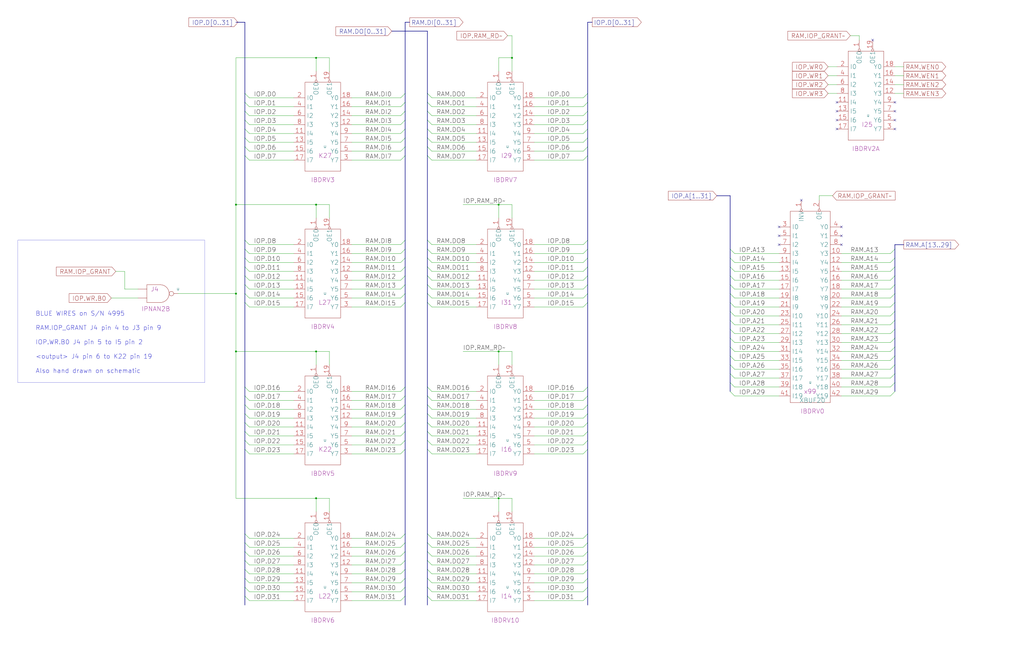
<source format=kicad_sch>
(kicad_sch (version 20220404) (generator eeschema)
  (paper "User" 584.2 378.46)
  (title_block (title "IOP\\nMEMORY BUFFERS") (date "22-SEP-90") (rev "2.0") (comment 1 "IOC") (comment 2 "232-003061") (comment 3 "S400") (comment 4 "RELEASED"))
  (junction (at 292.1 33.02))
  (junction (at 180.34 33.02))
  (junction (at 134.62 167.64))
  (junction (at 284.48 200.66))
  (junction (at 180.34 284.48))
  (junction (at 284.48 116.84))
  (junction (at 134.62 116.84))
  (junction (at 180.34 116.84))
  (junction (at 180.34 200.66))
  (junction (at 134.62 200.66))
  (junction (at 284.48 284.48))
  (no_connect (at 457.2 114.3))
  (no_connect (at 444.5 129.54))
  (no_connect (at 510.54 63.5))
  (no_connect (at 480.06 129.54))
  (no_connect (at 510.54 68.58))
  (no_connect (at 444.5 139.7))
  (no_connect (at 510.54 58.42))
  (no_connect (at 444.5 134.62))
  (no_connect (at 480.06 134.62))
  (no_connect (at 477.52 58.42))
  (no_connect (at 497.84 22.86))
  (no_connect (at 480.06 139.7))
  (no_connect (at 477.52 68.58))
  (no_connect (at 477.52 73.66))
  (no_connect (at 510.54 73.66))
  (no_connect (at 477.52 63.5))
  (bus_entry (at 335.28 73.66) (size -2.54 2.54))
  (bus_entry (at 335.28 63.5) (size -2.54 2.54))
  (bus_entry (at 139.7 251.46) (size 2.54 2.54))
  (bus_entry (at 139.7 226.06) (size 2.54 2.54))
  (bus_entry (at 139.7 137.16) (size 2.54 2.54))
  (bus_entry (at 243.84 147.32) (size 2.54 2.54))
  (bus_entry (at 139.7 246.38) (size 2.54 2.54))
  (bus_entry (at 231.14 314.96) (size -2.54 2.54))
  (bus_entry (at 243.84 325.12) (size 2.54 2.54))
  (bus_entry (at 335.28 251.46) (size -2.54 2.54))
  (bus_entry (at 243.84 162.56) (size 2.54 2.54))
  (bus_entry (at 510.54 142.24) (size -2.54 2.54))
  (bus_entry (at 510.54 218.44) (size -2.54 2.54))
  (bus_entry (at 510.54 213.36) (size -2.54 2.54))
  (bus_entry (at 335.28 162.56) (size -2.54 2.54))
  (bus_entry (at 510.54 172.72) (size -2.54 2.54))
  (bus_entry (at 231.14 231.14) (size -2.54 2.54))
  (bus_entry (at 231.14 220.98) (size -2.54 2.54))
  (bus_entry (at 510.54 187.96) (size -2.54 2.54))
  (bus_entry (at 416.56 157.48) (size 2.54 2.54))
  (bus_entry (at 139.7 304.8) (size 2.54 2.54))
  (bus_entry (at 416.56 142.24) (size 2.54 2.54))
  (bus_entry (at 231.14 142.24) (size -2.54 2.54))
  (bus_entry (at 231.14 83.82) (size -2.54 2.54))
  (bus_entry (at 139.7 63.5) (size 2.54 2.54))
  (bus_entry (at 243.84 220.98) (size 2.54 2.54))
  (bus_entry (at 231.14 73.66) (size -2.54 2.54))
  (bus_entry (at 416.56 187.96) (size 2.54 2.54))
  (bus_entry (at 231.14 246.38) (size -2.54 2.54))
  (bus_entry (at 335.28 172.72) (size -2.54 2.54))
  (bus_entry (at 139.7 73.66) (size 2.54 2.54))
  (bus_entry (at 243.84 335.28) (size 2.54 2.54))
  (bus_entry (at 139.7 167.64) (size 2.54 2.54))
  (bus_entry (at 416.56 147.32) (size 2.54 2.54))
  (bus_entry (at 231.14 172.72) (size -2.54 2.54))
  (bus_entry (at 335.28 157.48) (size -2.54 2.54))
  (bus_entry (at 416.56 208.28) (size 2.54 2.54))
  (bus_entry (at 335.28 236.22) (size -2.54 2.54))
  (bus_entry (at 335.28 78.74) (size -2.54 2.54))
  (bus_entry (at 335.28 137.16) (size -2.54 2.54))
  (bus_entry (at 243.84 53.34) (size 2.54 2.54))
  (bus_entry (at 416.56 218.44) (size 2.54 2.54))
  (bus_entry (at 416.56 152.4) (size 2.54 2.54))
  (bus_entry (at 139.7 320.04) (size 2.54 2.54))
  (bus_entry (at 335.28 314.96) (size -2.54 2.54))
  (bus_entry (at 335.28 88.9) (size -2.54 2.54))
  (bus_entry (at 231.14 167.64) (size -2.54 2.54))
  (bus_entry (at 335.28 53.34) (size -2.54 2.54))
  (bus_entry (at 231.14 241.3) (size -2.54 2.54))
  (bus_entry (at 139.7 241.3) (size 2.54 2.54))
  (bus_entry (at 231.14 78.74) (size -2.54 2.54))
  (bus_entry (at 335.28 147.32) (size -2.54 2.54))
  (bus_entry (at 231.14 304.8) (size -2.54 2.54))
  (bus_entry (at 416.56 172.72) (size 2.54 2.54))
  (bus_entry (at 243.84 330.2) (size 2.54 2.54))
  (bus_entry (at 231.14 340.36) (size -2.54 2.54))
  (bus_entry (at 139.7 330.2) (size 2.54 2.54))
  (bus_entry (at 335.28 226.06) (size -2.54 2.54))
  (bus_entry (at 335.28 220.98) (size -2.54 2.54))
  (bus_entry (at 231.14 53.34) (size -2.54 2.54))
  (bus_entry (at 139.7 335.28) (size 2.54 2.54))
  (bus_entry (at 335.28 325.12) (size -2.54 2.54))
  (bus_entry (at 139.7 147.32) (size 2.54 2.54))
  (bus_entry (at 335.28 241.3) (size -2.54 2.54))
  (bus_entry (at 139.7 314.96) (size 2.54 2.54))
  (bus_entry (at 335.28 330.2) (size -2.54 2.54))
  (bus_entry (at 243.84 68.58) (size 2.54 2.54))
  (bus_entry (at 243.84 241.3) (size 2.54 2.54))
  (bus_entry (at 510.54 162.56) (size -2.54 2.54))
  (bus_entry (at 510.54 223.52) (size -2.54 2.54))
  (bus_entry (at 243.84 226.06) (size 2.54 2.54))
  (bus_entry (at 243.84 78.74) (size 2.54 2.54))
  (bus_entry (at 231.14 147.32) (size -2.54 2.54))
  (bus_entry (at 416.56 203.2) (size 2.54 2.54))
  (bus_entry (at 243.84 304.8) (size 2.54 2.54))
  (bus_entry (at 243.84 63.5) (size 2.54 2.54))
  (bus_entry (at 243.84 142.24) (size 2.54 2.54))
  (bus_entry (at 416.56 177.8) (size 2.54 2.54))
  (bus_entry (at 510.54 177.8) (size -2.54 2.54))
  (bus_entry (at 416.56 193.04) (size 2.54 2.54))
  (bus_entry (at 243.84 172.72) (size 2.54 2.54))
  (bus_entry (at 139.7 58.42) (size 2.54 2.54))
  (bus_entry (at 243.84 137.16) (size 2.54 2.54))
  (bus_entry (at 510.54 157.48) (size -2.54 2.54))
  (bus_entry (at 231.14 63.5) (size -2.54 2.54))
  (bus_entry (at 416.56 162.56) (size 2.54 2.54))
  (bus_entry (at 510.54 152.4) (size -2.54 2.54))
  (bus_entry (at 231.14 320.04) (size -2.54 2.54))
  (bus_entry (at 335.28 142.24) (size -2.54 2.54))
  (bus_entry (at 335.28 340.36) (size -2.54 2.54))
  (bus_entry (at 139.7 157.48) (size 2.54 2.54))
  (bus_entry (at 231.14 157.48) (size -2.54 2.54))
  (bus_entry (at 231.14 330.2) (size -2.54 2.54))
  (bus_entry (at 243.84 152.4) (size 2.54 2.54))
  (bus_entry (at 243.84 314.96) (size 2.54 2.54))
  (bus_entry (at 243.84 157.48) (size 2.54 2.54))
  (bus_entry (at 231.14 256.54) (size -2.54 2.54))
  (bus_entry (at 231.14 236.22) (size -2.54 2.54))
  (bus_entry (at 139.7 325.12) (size 2.54 2.54))
  (bus_entry (at 335.28 304.8) (size -2.54 2.54))
  (bus_entry (at 231.14 162.56) (size -2.54 2.54))
  (bus_entry (at 139.7 220.98) (size 2.54 2.54))
  (bus_entry (at 139.7 88.9) (size 2.54 2.54))
  (bus_entry (at 139.7 83.82) (size 2.54 2.54))
  (bus_entry (at 231.14 137.16) (size -2.54 2.54))
  (bus_entry (at 243.84 251.46) (size 2.54 2.54))
  (bus_entry (at 335.28 231.14) (size -2.54 2.54))
  (bus_entry (at 510.54 182.88) (size -2.54 2.54))
  (bus_entry (at 243.84 167.64) (size 2.54 2.54))
  (bus_entry (at 243.84 73.66) (size 2.54 2.54))
  (bus_entry (at 231.14 309.88) (size -2.54 2.54))
  (bus_entry (at 335.28 256.54) (size -2.54 2.54))
  (bus_entry (at 139.7 256.54) (size 2.54 2.54))
  (bus_entry (at 243.84 231.14) (size 2.54 2.54))
  (bus_entry (at 139.7 142.24) (size 2.54 2.54))
  (bus_entry (at 335.28 309.88) (size -2.54 2.54))
  (bus_entry (at 139.7 309.88) (size 2.54 2.54))
  (bus_entry (at 243.84 236.22) (size 2.54 2.54))
  (bus_entry (at 243.84 309.88) (size 2.54 2.54))
  (bus_entry (at 510.54 208.28) (size -2.54 2.54))
  (bus_entry (at 231.14 68.58) (size -2.54 2.54))
  (bus_entry (at 139.7 162.56) (size 2.54 2.54))
  (bus_entry (at 231.14 325.12) (size -2.54 2.54))
  (bus_entry (at 139.7 172.72) (size 2.54 2.54))
  (bus_entry (at 243.84 88.9) (size 2.54 2.54))
  (bus_entry (at 231.14 226.06) (size -2.54 2.54))
  (bus_entry (at 231.14 251.46) (size -2.54 2.54))
  (bus_entry (at 139.7 236.22) (size 2.54 2.54))
  (bus_entry (at 243.84 246.38) (size 2.54 2.54))
  (bus_entry (at 335.28 152.4) (size -2.54 2.54))
  (bus_entry (at 335.28 167.64) (size -2.54 2.54))
  (bus_entry (at 231.14 335.28) (size -2.54 2.54))
  (bus_entry (at 335.28 246.38) (size -2.54 2.54))
  (bus_entry (at 416.56 223.52) (size 2.54 2.54))
  (bus_entry (at 510.54 203.2) (size -2.54 2.54))
  (bus_entry (at 243.84 340.36) (size 2.54 2.54))
  (bus_entry (at 243.84 58.42) (size 2.54 2.54))
  (bus_entry (at 335.28 335.28) (size -2.54 2.54))
  (bus_entry (at 243.84 83.82) (size 2.54 2.54))
  (bus_entry (at 416.56 167.64) (size 2.54 2.54))
  (bus_entry (at 510.54 167.64) (size -2.54 2.54))
  (bus_entry (at 510.54 198.12) (size -2.54 2.54))
  (bus_entry (at 139.7 78.74) (size 2.54 2.54))
  (bus_entry (at 335.28 320.04) (size -2.54 2.54))
  (bus_entry (at 335.28 68.58) (size -2.54 2.54))
  (bus_entry (at 335.28 58.42) (size -2.54 2.54))
  (bus_entry (at 139.7 152.4) (size 2.54 2.54))
  (bus_entry (at 510.54 193.04) (size -2.54 2.54))
  (bus_entry (at 335.28 83.82) (size -2.54 2.54))
  (bus_entry (at 139.7 340.36) (size 2.54 2.54))
  (bus_entry (at 510.54 147.32) (size -2.54 2.54))
  (bus_entry (at 416.56 198.12) (size 2.54 2.54))
  (bus_entry (at 416.56 182.88) (size 2.54 2.54))
  (bus_entry (at 243.84 320.04) (size 2.54 2.54))
  (bus_entry (at 139.7 53.34) (size 2.54 2.54))
  (bus_entry (at 139.7 231.14) (size 2.54 2.54))
  (bus_entry (at 231.14 152.4) (size -2.54 2.54))
  (bus_entry (at 139.7 68.58) (size 2.54 2.54))
  (bus_entry (at 231.14 58.42) (size -2.54 2.54))
  (bus_entry (at 243.84 256.54) (size 2.54 2.54))
  (bus_entry (at 416.56 213.36) (size 2.54 2.54))
  (bus_entry (at 231.14 88.9) (size -2.54 2.54))
  (wire (pts (xy 480.06 180.34) (xy 508 180.34)))
  (wire (pts (xy 142.24 228.6) (xy 167.64 228.6)))
  (wire (pts (xy 304.8 170.18) (xy 332.74 170.18)))
  (wire (pts (xy 246.38 238.76) (xy 271.78 238.76)))
  (wire (pts (xy 246.38 327.66) (xy 271.78 327.66)))
  (wire (pts (xy 284.48 33.02) (xy 284.48 40.64)))
  (bus (pts (xy 139.7 53.34) (xy 139.7 58.42)))
  (bus (pts (xy 139.7 78.74) (xy 139.7 83.82)))
  (wire (pts (xy 180.34 284.48) (xy 134.62 284.48)))
  (wire (pts (xy 304.8 307.34) (xy 332.74 307.34)))
  (wire (pts (xy 419.1 149.86) (xy 444.5 149.86)))
  (bus (pts (xy 335.28 241.3) (xy 335.28 246.38)))
  (wire (pts (xy 142.24 160.02) (xy 167.64 160.02)))
  (wire (pts (xy 246.38 228.6) (xy 271.78 228.6)))
  (bus (pts (xy 416.56 208.28) (xy 416.56 213.36)))
  (bus (pts (xy 139.7 142.24) (xy 139.7 147.32)))
  (bus (pts (xy 335.28 12.7) (xy 337.82 12.7)))
  (wire (pts (xy 246.38 243.84) (xy 271.78 243.84)))
  (bus (pts (xy 139.7 73.66) (xy 139.7 78.74)))
  (bus (pts (xy 139.7 256.54) (xy 139.7 304.8)))
  (bus (pts (xy 335.28 63.5) (xy 335.28 68.58)))
  (wire (pts (xy 292.1 124.46) (xy 292.1 116.84)))
  (bus (pts (xy 335.28 142.24) (xy 335.28 147.32)))
  (wire (pts (xy 142.24 66.04) (xy 167.64 66.04)))
  (bus (pts (xy 243.84 236.22) (xy 243.84 241.3)))
  (bus (pts (xy 231.14 309.88) (xy 231.14 314.96)))
  (wire (pts (xy 246.38 233.68) (xy 271.78 233.68)))
  (bus (pts (xy 243.84 304.8) (xy 243.84 309.88)))
  (bus (pts (xy 510.54 208.28) (xy 510.54 213.36)))
  (wire (pts (xy 180.34 284.48) (xy 180.34 292.1)))
  (wire (pts (xy 200.66 160.02) (xy 228.6 160.02)))
  (bus (pts (xy 243.84 157.48) (xy 243.84 162.56)))
  (bus (pts (xy 243.84 167.64) (xy 243.84 172.72)))
  (bus (pts (xy 139.7 157.48) (xy 139.7 162.56)))
  (wire (pts (xy 142.24 144.78) (xy 167.64 144.78)))
  (wire (pts (xy 134.62 200.66) (xy 134.62 284.48)))
  (wire (pts (xy 142.24 165.1) (xy 167.64 165.1)))
  (bus (pts (xy 416.56 198.12) (xy 416.56 203.2)))
  (bus (pts (xy 510.54 139.7) (xy 510.54 142.24)))
  (bus (pts (xy 416.56 218.44) (xy 416.56 223.52)))
  (wire (pts (xy 289.56 20.32) (xy 292.1 20.32)))
  (bus (pts (xy 243.84 73.66) (xy 243.84 78.74)))
  (wire (pts (xy 292.1 33.02) (xy 284.48 33.02)))
  (bus (pts (xy 335.28 256.54) (xy 335.28 304.8)))
  (bus (pts (xy 510.54 152.4) (xy 510.54 157.48)))
  (wire (pts (xy 246.38 332.74) (xy 271.78 332.74)))
  (wire (pts (xy 304.8 223.52) (xy 332.74 223.52)))
  (bus (pts (xy 139.7 251.46) (xy 139.7 256.54)))
  (bus (pts (xy 510.54 172.72) (xy 510.54 177.8)))
  (wire (pts (xy 142.24 238.76) (xy 167.64 238.76)))
  (bus (pts (xy 243.84 220.98) (xy 243.84 226.06)))
  (wire (pts (xy 304.8 312.42) (xy 332.74 312.42)))
  (wire (pts (xy 142.24 71.12) (xy 167.64 71.12)))
  (bus (pts (xy 335.28 157.48) (xy 335.28 162.56)))
  (bus (pts (xy 416.56 147.32) (xy 416.56 152.4)))
  (bus (pts (xy 416.56 213.36) (xy 416.56 218.44)))
  (bus (pts (xy 335.28 304.8) (xy 335.28 309.88)))
  (wire (pts (xy 472.44 38.1) (xy 477.52 38.1)))
  (wire (pts (xy 304.8 327.66) (xy 332.74 327.66)))
  (bus (pts (xy 243.84 320.04) (xy 243.84 325.12)))
  (wire (pts (xy 480.06 144.78) (xy 508 144.78)))
  (bus (pts (xy 231.14 58.42) (xy 231.14 63.5)))
  (wire (pts (xy 187.96 292.1) (xy 187.96 284.48)))
  (wire (pts (xy 180.34 200.66) (xy 180.34 208.28)))
  (bus (pts (xy 243.84 335.28) (xy 243.84 340.36)))
  (wire (pts (xy 246.38 60.96) (xy 271.78 60.96)))
  (wire (pts (xy 200.66 238.76) (xy 228.6 238.76)))
  (bus (pts (xy 231.14 147.32) (xy 231.14 152.4)))
  (bus (pts (xy 335.28 320.04) (xy 335.28 325.12)))
  (wire (pts (xy 292.1 292.1) (xy 292.1 284.48)))
  (wire (pts (xy 304.8 160.02) (xy 332.74 160.02)))
  (wire (pts (xy 304.8 60.96) (xy 332.74 60.96)))
  (bus (pts (xy 335.28 251.46) (xy 335.28 256.54)))
  (bus (pts (xy 510.54 198.12) (xy 510.54 203.2)))
  (wire (pts (xy 480.06 195.58) (xy 508 195.58)))
  (bus (pts (xy 335.28 53.34) (xy 335.28 58.42)))
  (wire (pts (xy 142.24 81.28) (xy 167.64 81.28)))
  (bus (pts (xy 139.7 83.82) (xy 139.7 88.9)))
  (bus (pts (xy 139.7 147.32) (xy 139.7 152.4)))
  (bus (pts (xy 139.7 320.04) (xy 139.7 325.12)))
  (wire (pts (xy 200.66 223.52) (xy 228.6 223.52)))
  (wire (pts (xy 246.38 76.2) (xy 271.78 76.2)))
  (wire (pts (xy 304.8 317.5) (xy 332.74 317.5)))
  (wire (pts (xy 200.66 233.68) (xy 228.6 233.68)))
  (wire (pts (xy 142.24 259.08) (xy 167.64 259.08)))
  (bus (pts (xy 231.14 63.5) (xy 231.14 68.58)))
  (wire (pts (xy 510.54 48.26) (xy 515.62 48.26)))
  (wire (pts (xy 246.38 71.12) (xy 271.78 71.12)))
  (wire (pts (xy 284.48 284.48) (xy 284.48 292.1)))
  (wire (pts (xy 142.24 76.2) (xy 167.64 76.2)))
  (bus (pts (xy 510.54 142.24) (xy 510.54 147.32)))
  (wire (pts (xy 142.24 322.58) (xy 167.64 322.58)))
  (wire (pts (xy 304.8 243.84) (xy 332.74 243.84)))
  (wire (pts (xy 200.66 154.94) (xy 228.6 154.94)))
  (wire (pts (xy 480.06 154.94) (xy 508 154.94)))
  (wire (pts (xy 292.1 116.84) (xy 284.48 116.84)))
  (wire (pts (xy 200.66 327.66) (xy 228.6 327.66)))
  (bus (pts (xy 510.54 177.8) (xy 510.54 182.88)))
  (bus (pts (xy 335.28 162.56) (xy 335.28 167.64)))
  (wire (pts (xy 472.44 43.18) (xy 477.52 43.18)))
  (bus (pts (xy 231.14 320.04) (xy 231.14 325.12)))
  (bus (pts (xy 243.84 63.5) (xy 243.84 68.58)))
  (bus (pts (xy 231.14 12.7) (xy 233.68 12.7)))
  (wire (pts (xy 480.06 165.1) (xy 508 165.1)))
  (bus (pts (xy 243.84 88.9) (xy 243.84 137.16)))
  (bus (pts (xy 139.7 172.72) (xy 139.7 220.98)))
  (wire (pts (xy 142.24 233.68) (xy 167.64 233.68)))
  (bus (pts (xy 335.28 172.72) (xy 335.28 220.98)))
  (bus (pts (xy 335.28 147.32) (xy 335.28 152.4)))
  (bus (pts (xy 231.14 53.34) (xy 231.14 58.42)))
  (wire (pts (xy 264.16 116.84) (xy 284.48 116.84)))
  (bus (pts (xy 139.7 88.9) (xy 139.7 137.16)))
  (polyline (pts (xy 116.84 137.16) (xy 116.84 218.44)) (stroke (width 0.0243)))
  (wire (pts (xy 200.66 322.58) (xy 228.6 322.58)))
  (bus (pts (xy 223.52 17.78) (xy 243.84 17.78)))
  (wire (pts (xy 180.34 116.84) (xy 180.34 124.46)))
  (wire (pts (xy 284.48 200.66) (xy 284.48 208.28)))
  (bus (pts (xy 335.28 58.42) (xy 335.28 63.5)))
  (wire (pts (xy 292.1 200.66) (xy 284.48 200.66)))
  (bus (pts (xy 231.14 304.8) (xy 231.14 309.88)))
  (wire (pts (xy 304.8 91.44) (xy 332.74 91.44)))
  (wire (pts (xy 510.54 43.18) (xy 515.62 43.18)))
  (wire (pts (xy 200.66 71.12) (xy 228.6 71.12)))
  (bus (pts (xy 139.7 162.56) (xy 139.7 167.64)))
  (bus (pts (xy 335.28 226.06) (xy 335.28 231.14)))
  (wire (pts (xy 200.66 248.92) (xy 228.6 248.92)))
  (wire (pts (xy 480.06 149.86) (xy 508 149.86)))
  (bus (pts (xy 335.28 335.28) (xy 335.28 340.36)))
  (bus (pts (xy 335.28 83.82) (xy 335.28 88.9)))
  (wire (pts (xy 419.1 200.66) (xy 444.5 200.66)))
  (bus (pts (xy 416.56 111.76) (xy 416.56 142.24)))
  (wire (pts (xy 490.22 20.32) (xy 490.22 22.86)))
  (wire (pts (xy 419.1 185.42) (xy 444.5 185.42)))
  (bus (pts (xy 243.84 17.78) (xy 243.84 53.34)))
  (wire (pts (xy 419.1 165.1) (xy 444.5 165.1)))
  (bus (pts (xy 139.7 314.96) (xy 139.7 320.04)))
  (wire (pts (xy 63.5 170.18) (xy 78.74 170.18)))
  (bus (pts (xy 335.28 12.7) (xy 335.28 53.34)))
  (wire (pts (xy 304.8 337.82) (xy 332.74 337.82)))
  (bus (pts (xy 139.7 231.14) (xy 139.7 236.22)))
  (wire (pts (xy 142.24 332.74) (xy 167.64 332.74)))
  (bus (pts (xy 335.28 330.2) (xy 335.28 335.28)))
  (wire (pts (xy 246.38 144.78) (xy 271.78 144.78)))
  (wire (pts (xy 246.38 86.36) (xy 271.78 86.36)))
  (wire (pts (xy 480.06 185.42) (xy 508 185.42)))
  (bus (pts (xy 416.56 152.4) (xy 416.56 157.48)))
  (wire (pts (xy 142.24 248.92) (xy 167.64 248.92)))
  (bus (pts (xy 416.56 162.56) (xy 416.56 167.64)))
  (wire (pts (xy 246.38 154.94) (xy 271.78 154.94)))
  (bus (pts (xy 243.84 53.34) (xy 243.84 58.42)))
  (bus (pts (xy 231.14 12.7) (xy 231.14 53.34)))
  (wire (pts (xy 304.8 55.88) (xy 332.74 55.88)))
  (bus (pts (xy 231.14 88.9) (xy 231.14 137.16)))
  (wire (pts (xy 187.96 40.64) (xy 187.96 33.02)))
  (bus (pts (xy 510.54 167.64) (xy 510.54 172.72)))
  (bus (pts (xy 416.56 172.72) (xy 416.56 177.8)))
  (bus (pts (xy 139.7 340.36) (xy 139.7 345.44)))
  (wire (pts (xy 246.38 259.08) (xy 271.78 259.08)))
  (wire (pts (xy 134.62 33.02) (xy 134.62 116.84)))
  (bus (pts (xy 416.56 111.76) (xy 408.94 111.76)))
  (wire (pts (xy 304.8 228.6) (xy 332.74 228.6)))
  (bus (pts (xy 231.14 231.14) (xy 231.14 236.22)))
  (wire (pts (xy 187.96 124.46) (xy 187.96 116.84)))
  (bus (pts (xy 335.28 167.64) (xy 335.28 172.72)))
  (bus (pts (xy 231.14 142.24) (xy 231.14 147.32)))
  (bus (pts (xy 335.28 78.74) (xy 335.28 83.82)))
  (wire (pts (xy 180.34 33.02) (xy 134.62 33.02)))
  (wire (pts (xy 419.1 154.94) (xy 444.5 154.94)))
  (bus (pts (xy 243.84 314.96) (xy 243.84 320.04)))
  (wire (pts (xy 304.8 144.78) (xy 332.74 144.78)))
  (wire (pts (xy 200.66 66.04) (xy 228.6 66.04)))
  (bus (pts (xy 139.7 236.22) (xy 139.7 241.3)))
  (wire (pts (xy 142.24 317.5) (xy 167.64 317.5)))
  (bus (pts (xy 231.14 325.12) (xy 231.14 330.2)))
  (bus (pts (xy 139.7 325.12) (xy 139.7 330.2)))
  (wire (pts (xy 474.98 111.76) (xy 467.36 111.76)))
  (bus (pts (xy 510.54 147.32) (xy 510.54 152.4)))
  (bus (pts (xy 416.56 182.88) (xy 416.56 187.96)))
  (wire (pts (xy 187.96 208.28) (xy 187.96 200.66)))
  (bus (pts (xy 510.54 162.56) (xy 510.54 167.64)))
  (bus (pts (xy 335.28 314.96) (xy 335.28 320.04)))
  (wire (pts (xy 419.1 170.18) (xy 444.5 170.18)))
  (bus (pts (xy 243.84 172.72) (xy 243.84 220.98)))
  (wire (pts (xy 284.48 116.84) (xy 284.48 124.46)))
  (wire (pts (xy 246.38 307.34) (xy 271.78 307.34)))
  (wire (pts (xy 472.44 48.26) (xy 477.52 48.26)))
  (wire (pts (xy 142.24 342.9) (xy 167.64 342.9)))
  (wire (pts (xy 480.06 175.26) (xy 508 175.26)))
  (bus (pts (xy 139.7 12.7) (xy 139.7 53.34)))
  (wire (pts (xy 142.24 55.88) (xy 167.64 55.88)))
  (wire (pts (xy 246.38 55.88) (xy 271.78 55.88)))
  (bus (pts (xy 510.54 193.04) (xy 510.54 198.12)))
  (wire (pts (xy 304.8 139.7) (xy 332.74 139.7)))
  (bus (pts (xy 139.7 246.38) (xy 139.7 251.46)))
  (bus (pts (xy 510.54 218.44) (xy 510.54 223.52)))
  (bus (pts (xy 231.14 73.66) (xy 231.14 78.74)))
  (wire (pts (xy 419.1 215.9) (xy 444.5 215.9)))
  (wire (pts (xy 304.8 165.1) (xy 332.74 165.1)))
  (bus (pts (xy 231.14 78.74) (xy 231.14 83.82)))
  (wire (pts (xy 246.38 175.26) (xy 271.78 175.26)))
  (wire (pts (xy 304.8 248.92) (xy 332.74 248.92)))
  (wire (pts (xy 485.14 20.32) (xy 490.22 20.32)))
  (bus (pts (xy 243.84 251.46) (xy 243.84 256.54)))
  (wire (pts (xy 142.24 327.66) (xy 167.64 327.66)))
  (bus (pts (xy 231.14 256.54) (xy 231.14 304.8)))
  (wire (pts (xy 246.38 91.44) (xy 271.78 91.44)))
  (wire (pts (xy 467.36 111.76) (xy 467.36 114.3)))
  (bus (pts (xy 243.84 330.2) (xy 243.84 335.28)))
  (wire (pts (xy 200.66 144.78) (xy 228.6 144.78)))
  (polyline (pts (xy 10.16 137.16) (xy 10.16 218.44)) (stroke (width 0.0243)))
  (wire (pts (xy 419.1 220.98) (xy 444.5 220.98)))
  (wire (pts (xy 246.38 139.7) (xy 271.78 139.7)))
  (wire (pts (xy 200.66 91.44) (xy 228.6 91.44)))
  (wire (pts (xy 510.54 38.1) (xy 515.62 38.1)))
  (bus (pts (xy 416.56 193.04) (xy 416.56 198.12)))
  (wire (pts (xy 142.24 243.84) (xy 167.64 243.84)))
  (bus (pts (xy 335.28 309.88) (xy 335.28 314.96)))
  (bus (pts (xy 243.84 231.14) (xy 243.84 236.22)))
  (bus (pts (xy 243.84 241.3) (xy 243.84 246.38)))
  (wire (pts (xy 134.62 116.84) (xy 180.34 116.84)))
  (bus (pts (xy 231.14 241.3) (xy 231.14 246.38)))
  (wire (pts (xy 292.1 20.32) (xy 292.1 33.02)))
  (bus (pts (xy 335.28 246.38) (xy 335.28 251.46)))
  (bus (pts (xy 231.14 137.16) (xy 231.14 142.24)))
  (bus (pts (xy 231.14 172.72) (xy 231.14 220.98)))
  (wire (pts (xy 304.8 233.68) (xy 332.74 233.68)))
  (wire (pts (xy 134.62 167.64) (xy 134.62 200.66)))
  (bus (pts (xy 243.84 256.54) (xy 243.84 304.8)))
  (bus (pts (xy 510.54 182.88) (xy 510.54 187.96)))
  (wire (pts (xy 142.24 254) (xy 167.64 254)))
  (bus (pts (xy 231.14 330.2) (xy 231.14 335.28)))
  (wire (pts (xy 187.96 200.66) (xy 180.34 200.66)))
  (bus (pts (xy 231.14 162.56) (xy 231.14 167.64)))
  (wire (pts (xy 304.8 259.08) (xy 332.74 259.08)))
  (wire (pts (xy 246.38 223.52) (xy 271.78 223.52)))
  (bus (pts (xy 231.14 314.96) (xy 231.14 320.04)))
  (wire (pts (xy 304.8 154.94) (xy 332.74 154.94)))
  (wire (pts (xy 187.96 33.02) (xy 180.34 33.02)))
  (wire (pts (xy 304.8 149.86) (xy 332.74 149.86)))
  (wire (pts (xy 200.66 317.5) (xy 228.6 317.5)))
  (bus (pts (xy 231.14 152.4) (xy 231.14 157.48)))
  (wire (pts (xy 200.66 139.7) (xy 228.6 139.7)))
  (wire (pts (xy 304.8 76.2) (xy 332.74 76.2)))
  (bus (pts (xy 243.84 226.06) (xy 243.84 231.14)))
  (bus (pts (xy 243.84 340.36) (xy 243.84 345.44)))
  (wire (pts (xy 200.66 254) (xy 228.6 254)))
  (bus (pts (xy 243.84 58.42) (xy 243.84 63.5)))
  (wire (pts (xy 142.24 337.82) (xy 167.64 337.82)))
  (wire (pts (xy 419.1 160.02) (xy 444.5 160.02)))
  (bus (pts (xy 416.56 142.24) (xy 416.56 147.32)))
  (bus (pts (xy 335.28 152.4) (xy 335.28 157.48)))
  (bus (pts (xy 139.7 335.28) (xy 139.7 340.36)))
  (bus (pts (xy 335.28 137.16) (xy 335.28 142.24)))
  (bus (pts (xy 139.7 152.4) (xy 139.7 157.48)))
  (wire (pts (xy 419.1 205.74) (xy 444.5 205.74)))
  (wire (pts (xy 200.66 312.42) (xy 228.6 312.42)))
  (wire (pts (xy 304.8 254) (xy 332.74 254)))
  (bus (pts (xy 139.7 330.2) (xy 139.7 335.28)))
  (wire (pts (xy 510.54 53.34) (xy 515.62 53.34)))
  (bus (pts (xy 243.84 147.32) (xy 243.84 152.4)))
  (wire (pts (xy 180.34 33.02) (xy 180.34 40.64)))
  (wire (pts (xy 246.38 317.5) (xy 271.78 317.5)))
  (wire (pts (xy 419.1 210.82) (xy 444.5 210.82)))
  (bus (pts (xy 231.14 340.36) (xy 231.14 345.44)))
  (bus (pts (xy 231.14 220.98) (xy 231.14 226.06)))
  (wire (pts (xy 200.66 170.18) (xy 228.6 170.18)))
  (wire (pts (xy 292.1 284.48) (xy 284.48 284.48)))
  (wire (pts (xy 480.06 205.74) (xy 508 205.74)))
  (wire (pts (xy 292.1 40.64) (xy 292.1 33.02)))
  (wire (pts (xy 246.38 160.02) (xy 271.78 160.02)))
  (wire (pts (xy 200.66 81.28) (xy 228.6 81.28)))
  (wire (pts (xy 200.66 307.34) (xy 228.6 307.34)))
  (bus (pts (xy 243.84 246.38) (xy 243.84 251.46)))
  (wire (pts (xy 419.1 195.58) (xy 444.5 195.58)))
  (wire (pts (xy 264.16 200.66) (xy 284.48 200.66)))
  (bus (pts (xy 231.14 246.38) (xy 231.14 251.46)))
  (wire (pts (xy 200.66 165.1) (xy 228.6 165.1)))
  (bus (pts (xy 139.7 241.3) (xy 139.7 246.38)))
  (wire (pts (xy 142.24 223.52) (xy 167.64 223.52)))
  (wire (pts (xy 66.04 154.94) (xy 71.12 154.94)))
  (wire (pts (xy 200.66 332.74) (xy 228.6 332.74)))
  (bus (pts (xy 243.84 162.56) (xy 243.84 167.64)))
  (wire (pts (xy 142.24 139.7) (xy 167.64 139.7)))
  (bus (pts (xy 139.7 226.06) (xy 139.7 231.14)))
  (wire (pts (xy 246.38 312.42) (xy 271.78 312.42)))
  (bus (pts (xy 510.54 157.48) (xy 510.54 162.56)))
  (wire (pts (xy 304.8 332.74) (xy 332.74 332.74)))
  (wire (pts (xy 142.24 170.18) (xy 167.64 170.18)))
  (wire (pts (xy 419.1 226.06) (xy 444.5 226.06)))
  (wire (pts (xy 246.38 248.92) (xy 271.78 248.92)))
  (bus (pts (xy 335.28 68.58) (xy 335.28 73.66)))
  (wire (pts (xy 142.24 91.44) (xy 167.64 91.44)))
  (wire (pts (xy 246.38 81.28) (xy 271.78 81.28)))
  (bus (pts (xy 134.62 12.7) (xy 139.7 12.7)))
  (wire (pts (xy 71.12 165.1) (xy 78.74 165.1)))
  (bus (pts (xy 243.84 83.82) (xy 243.84 88.9)))
  (wire (pts (xy 480.06 226.06) (xy 508 226.06)))
  (bus (pts (xy 231.14 157.48) (xy 231.14 162.56)))
  (wire (pts (xy 419.1 180.34) (xy 444.5 180.34)))
  (wire (pts (xy 246.38 254) (xy 271.78 254)))
  (wire (pts (xy 200.66 175.26) (xy 228.6 175.26)))
  (bus (pts (xy 231.14 236.22) (xy 231.14 241.3)))
  (bus (pts (xy 139.7 304.8) (xy 139.7 309.88)))
  (wire (pts (xy 200.66 86.36) (xy 228.6 86.36)))
  (bus (pts (xy 243.84 152.4) (xy 243.84 157.48)))
  (wire (pts (xy 246.38 322.58) (xy 271.78 322.58)))
  (wire (pts (xy 246.38 342.9) (xy 271.78 342.9)))
  (wire (pts (xy 142.24 312.42) (xy 167.64 312.42)))
  (wire (pts (xy 304.8 81.28) (xy 332.74 81.28)))
  (wire (pts (xy 304.8 86.36) (xy 332.74 86.36)))
  (bus (pts (xy 231.14 83.82) (xy 231.14 88.9)))
  (bus (pts (xy 243.84 325.12) (xy 243.84 330.2)))
  (wire (pts (xy 200.66 259.08) (xy 228.6 259.08)))
  (wire (pts (xy 142.24 175.26) (xy 167.64 175.26)))
  (wire (pts (xy 200.66 243.84) (xy 228.6 243.84)))
  (bus (pts (xy 139.7 58.42) (xy 139.7 63.5)))
  (wire (pts (xy 246.38 170.18) (xy 271.78 170.18)))
  (polyline (pts (xy 116.84 218.44) (xy 10.16 218.44)) (stroke (width 0.0243)))
  (bus (pts (xy 231.14 251.46) (xy 231.14 256.54)))
  (bus (pts (xy 139.7 68.58) (xy 139.7 73.66)))
  (wire (pts (xy 200.66 76.2) (xy 228.6 76.2)))
  (bus (pts (xy 243.84 309.88) (xy 243.84 314.96)))
  (bus (pts (xy 335.28 88.9) (xy 335.28 137.16)))
  (wire (pts (xy 304.8 175.26) (xy 332.74 175.26)))
  (wire (pts (xy 142.24 60.96) (xy 167.64 60.96)))
  (bus (pts (xy 510.54 187.96) (xy 510.54 193.04)))
  (bus (pts (xy 510.54 203.2) (xy 510.54 208.28)))
  (bus (pts (xy 139.7 137.16) (xy 139.7 142.24)))
  (bus (pts (xy 335.28 231.14) (xy 335.28 236.22)))
  (wire (pts (xy 304.8 238.76) (xy 332.74 238.76)))
  (wire (pts (xy 187.96 116.84) (xy 180.34 116.84)))
  (wire (pts (xy 142.24 154.94) (xy 167.64 154.94)))
  (wire (pts (xy 480.06 200.66) (xy 508 200.66)))
  (wire (pts (xy 304.8 322.58) (xy 332.74 322.58)))
  (bus (pts (xy 231.14 335.28) (xy 231.14 340.36)))
  (wire (pts (xy 419.1 144.78) (xy 444.5 144.78)))
  (wire (pts (xy 292.1 208.28) (xy 292.1 200.66)))
  (wire (pts (xy 200.66 228.6) (xy 228.6 228.6)))
  (polyline (pts (xy 10.16 137.16) (xy 116.84 137.16)) (stroke (width 0.0243)))
  (wire (pts (xy 304.8 71.12) (xy 332.74 71.12)))
  (bus (pts (xy 416.56 203.2) (xy 416.56 208.28)))
  (bus (pts (xy 335.28 73.66) (xy 335.28 78.74)))
  (wire (pts (xy 480.06 210.82) (xy 508 210.82)))
  (wire (pts (xy 200.66 337.82) (xy 228.6 337.82)))
  (bus (pts (xy 231.14 68.58) (xy 231.14 73.66)))
  (wire (pts (xy 264.16 284.48) (xy 284.48 284.48)))
  (bus (pts (xy 416.56 157.48) (xy 416.56 162.56)))
  (wire (pts (xy 134.62 116.84) (xy 134.62 167.64)))
  (wire (pts (xy 246.38 165.1) (xy 271.78 165.1)))
  (wire (pts (xy 200.66 149.86) (xy 228.6 149.86)))
  (wire (pts (xy 71.12 154.94) (xy 71.12 165.1)))
  (wire (pts (xy 187.96 284.48) (xy 180.34 284.48)))
  (wire (pts (xy 246.38 149.86) (xy 271.78 149.86)))
  (wire (pts (xy 134.62 200.66) (xy 180.34 200.66)))
  (bus (pts (xy 335.28 236.22) (xy 335.28 241.3)))
  (wire (pts (xy 419.1 190.5) (xy 444.5 190.5)))
  (bus (pts (xy 139.7 220.98) (xy 139.7 226.06)))
  (bus (pts (xy 510.54 213.36) (xy 510.54 218.44)))
  (bus (pts (xy 231.14 226.06) (xy 231.14 231.14)))
  (wire (pts (xy 480.06 190.5) (xy 508 190.5)))
  (wire (pts (xy 101.6 167.64) (xy 134.62 167.64)))
  (bus (pts (xy 416.56 187.96) (xy 416.56 193.04)))
  (wire (pts (xy 142.24 149.86) (xy 167.64 149.86)))
  (wire (pts (xy 142.24 86.36) (xy 167.64 86.36)))
  (wire (pts (xy 480.06 170.18) (xy 508 170.18)))
  (wire (pts (xy 480.06 220.98) (xy 508 220.98)))
  (bus (pts (xy 416.56 177.8) (xy 416.56 182.88)))
  (bus (pts (xy 243.84 68.58) (xy 243.84 73.66)))
  (bus (pts (xy 335.28 325.12) (xy 335.28 330.2)))
  (bus (pts (xy 416.56 167.64) (xy 416.56 172.72)))
  (bus (pts (xy 139.7 167.64) (xy 139.7 172.72)))
  (bus (pts (xy 243.84 78.74) (xy 243.84 83.82)))
  (wire (pts (xy 246.38 337.82) (xy 271.78 337.82)))
  (bus (pts (xy 243.84 137.16) (xy 243.84 142.24)))
  (wire (pts (xy 142.24 307.34) (xy 167.64 307.34)))
  (bus (pts (xy 335.28 220.98) (xy 335.28 226.06)))
  (wire (pts (xy 200.66 342.9) (xy 228.6 342.9)))
  (wire (pts (xy 480.06 215.9) (xy 508 215.9)))
  (bus (pts (xy 243.84 142.24) (xy 243.84 147.32)))
  (wire (pts (xy 480.06 160.02) (xy 508 160.02)))
  (bus (pts (xy 335.28 340.36) (xy 335.28 345.44)))
  (wire (pts (xy 200.66 55.88) (xy 228.6 55.88)))
  (wire (pts (xy 472.44 53.34) (xy 477.52 53.34)))
  (bus (pts (xy 139.7 309.88) (xy 139.7 314.96)))
  (wire (pts (xy 200.66 60.96) (xy 228.6 60.96)))
  (wire (pts (xy 304.8 66.04) (xy 332.74 66.04)))
  (bus (pts (xy 231.14 167.64) (xy 231.14 172.72)))
  (wire (pts (xy 419.1 175.26) (xy 444.5 175.26)))
  (bus (pts (xy 515.62 139.7) (xy 510.54 139.7)))
  (bus (pts (xy 139.7 63.5) (xy 139.7 68.58)))
  (wire (pts (xy 304.8 342.9) (xy 332.74 342.9)))
  (wire (pts (xy 246.38 66.04) (xy 271.78 66.04)))
  (text "BLUE WIRES on S/N 4995\n\nRAM.IOP_GRANT J4 pin 4 to J3 pin 9\n\nIOP.WR.B0 J4 pin 5 to I5 pin 2\n\n<output> J4 pin 6 to K22 pin 19\n\nAlso hand drawn on schematic" (at 20.32 213.36 0) (effects (font (size 2.54 2.54)) (justify left bottom)))
  (label "IOP.A29" (at 421.64 226.06 0) (effects (font (size 2.54 2.54))))
  (label "RAM.DI17" (at 208.28 228.6 0) (effects (font (size 2.54 2.54))))
  (label "IOP.D18" (at 312.42 233.68 0) (effects (font (size 2.54 2.54))))
  (label "IOP.A24" (at 421.64 200.66 0) (effects (font (size 2.54 2.54))))
  (label "IOP.D17" (at 144.78 228.6 0) (effects (font (size 2.54 2.54))))
  (label "RAM.A16" (at 485.14 160.02 0) (effects (font (size 2.54 2.54))))
  (label "IOP.D3" (at 144.78 71.12 0) (effects (font (size 2.54 2.54))))
  (label "IOP.A20" (at 421.64 180.34 0) (effects (font (size 2.54 2.54))))
  (label "IOP.A26" (at 421.64 210.82 0) (effects (font (size 2.54 2.54))))
  (label "RAM.DO6" (at 248.92 86.36 0) (effects (font (size 2.54 2.54))))
  (label "IOP.A13" (at 421.64 144.78 0) (effects (font (size 2.54 2.54))))
  (label "RAM.DO20" (at 248.92 243.84 0) (effects (font (size 2.54 2.54))))
  (label "IOP.D1" (at 144.78 60.96 0) (effects (font (size 2.54 2.54))))
  (label "IOP.D2" (at 312.42 66.04 0) (effects (font (size 2.54 2.54))))
  (label "IOP.D16" (at 144.78 223.52 0) (effects (font (size 2.54 2.54))))
  (label "RAM.DI18" (at 208.28 233.68 0) (effects (font (size 2.54 2.54))))
  (label "RAM.A23" (at 485.14 195.58 0) (effects (font (size 2.54 2.54))))
  (label "IOP.D19" (at 144.78 238.76 0) (effects (font (size 2.54 2.54))))
  (label "IOP.D5" (at 144.78 81.28 0) (effects (font (size 2.54 2.54))))
  (label "RAM.DO30" (at 248.92 337.82 0) (effects (font (size 2.54 2.54))))
  (label "RAM.DO10" (at 248.92 149.86 0) (effects (font (size 2.54 2.54))))
  (label "RAM.DO11" (at 248.92 154.94 0) (effects (font (size 2.54 2.54))))
  (label "IOP.D21" (at 312.42 248.92 0) (effects (font (size 2.54 2.54))))
  (label "RAM.DI24" (at 208.28 307.34 0) (effects (font (size 2.54 2.54))))
  (label "IOP.D15" (at 312.42 175.26 0) (effects (font (size 2.54 2.54))))
  (label "IOP.RAM_RD~" (at 264.16 200.66 0) (effects (font (size 2.54 2.54))))
  (label "IOP.D26" (at 312.42 317.5 0) (effects (font (size 2.54 2.54))))
  (label "RAM.DO25" (at 248.92 312.42 0) (effects (font (size 2.54 2.54))))
  (label "IOP.D25" (at 144.78 312.42 0) (effects (font (size 2.54 2.54))))
  (label "IOP.D1" (at 312.42 60.96 0) (effects (font (size 2.54 2.54))))
  (label "RAM.DI28" (at 208.28 327.66 0) (effects (font (size 2.54 2.54))))
  (label "IOP.D11" (at 312.42 154.94 0) (effects (font (size 2.54 2.54))))
  (label "RAM.DI10" (at 208.28 149.86 0) (effects (font (size 2.54 2.54))))
  (label "RAM.DI25" (at 208.28 312.42 0) (effects (font (size 2.54 2.54))))
  (label "IOP.D29" (at 144.78 332.74 0) (effects (font (size 2.54 2.54))))
  (label "IOP.D22" (at 144.78 254 0) (effects (font (size 2.54 2.54))))
  (label "RAM.DI7" (at 208.28 91.44 0) (effects (font (size 2.54 2.54))))
  (label "RAM.DO21" (at 248.92 248.92 0) (effects (font (size 2.54 2.54))))
  (label "RAM.DO26" (at 248.92 317.5 0) (effects (font (size 2.54 2.54))))
  (label "RAM.DI8" (at 208.28 139.7 0) (effects (font (size 2.54 2.54))))
  (label "RAM.DO3" (at 248.92 71.12 0) (effects (font (size 2.54 2.54))))
  (label "RAM.DO31" (at 248.92 342.9 0) (effects (font (size 2.54 2.54))))
  (label "IOP.D20" (at 312.42 243.84 0) (effects (font (size 2.54 2.54))))
  (label "RAM.DI23" (at 208.28 259.08 0) (effects (font (size 2.54 2.54))))
  (label "IOP.D22" (at 312.42 254 0) (effects (font (size 2.54 2.54))))
  (label "RAM.DI4" (at 208.28 76.2 0) (effects (font (size 2.54 2.54))))
  (label "IOP.D14" (at 312.42 170.18 0) (effects (font (size 2.54 2.54))))
  (label "IOP.A28" (at 421.64 220.98 0) (effects (font (size 2.54 2.54))))
  (label "IOP.D6" (at 144.78 86.36 0) (effects (font (size 2.54 2.54))))
  (label "IOP.D12" (at 312.42 160.02 0) (effects (font (size 2.54 2.54))))
  (label "IOP.RAM_RD~" (at 264.16 116.84 0) (effects (font (size 2.54 2.54))))
  (label "RAM.DO1" (at 248.92 60.96 0) (effects (font (size 2.54 2.54))))
  (label "IOP.D9" (at 144.78 144.78 0) (effects (font (size 2.54 2.54))))
  (label "IOP.D23" (at 312.42 259.08 0) (effects (font (size 2.54 2.54))))
  (label "RAM.DO13" (at 248.92 165.1 0) (effects (font (size 2.54 2.54))))
  (label "IOP.D3" (at 312.42 71.12 0) (effects (font (size 2.54 2.54))))
  (label "IOP.D25" (at 312.42 312.42 0) (effects (font (size 2.54 2.54))))
  (label "RAM.DI9" (at 208.28 144.78 0) (effects (font (size 2.54 2.54))))
  (label "IOP.D7" (at 144.78 91.44 0) (effects (font (size 2.54 2.54))))
  (label "RAM.DO18" (at 248.92 233.68 0) (effects (font (size 2.54 2.54))))
  (label "RAM.DO9" (at 248.92 144.78 0) (effects (font (size 2.54 2.54))))
  (label "IOP.A18" (at 421.64 170.18 0) (effects (font (size 2.54 2.54))))
  (label "IOP.D4" (at 144.78 76.2 0) (effects (font (size 2.54 2.54))))
  (label "RAM.DI20" (at 208.28 243.84 0) (effects (font (size 2.54 2.54))))
  (label "IOP.D4" (at 312.42 76.2 0) (effects (font (size 2.54 2.54))))
  (label "IOP.D27" (at 144.78 322.58 0) (effects (font (size 2.54 2.54))))
  (label "IOP.D24" (at 144.78 307.34 0) (effects (font (size 2.54 2.54))))
  (label "IOP.D23" (at 144.78 259.08 0) (effects (font (size 2.54 2.54))))
  (label "IOP.D10" (at 312.42 149.86 0) (effects (font (size 2.54 2.54))))
  (label "RAM.A18" (at 485.14 170.18 0) (effects (font (size 2.54 2.54))))
  (label "IOP.D7" (at 312.42 91.44 0) (effects (font (size 2.54 2.54))))
  (label "RAM.DO19" (at 248.92 238.76 0) (effects (font (size 2.54 2.54))))
  (label "IOP.D11" (at 144.78 154.94 0) (effects (font (size 2.54 2.54))))
  (label "RAM.DI13" (at 208.28 165.1 0) (effects (font (size 2.54 2.54))))
  (label "IOP.D2" (at 144.78 66.04 0) (effects (font (size 2.54 2.54))))
  (label "RAM.DO15" (at 248.92 175.26 0) (effects (font (size 2.54 2.54))))
  (label "RAM.DI14" (at 208.28 170.18 0) (effects (font (size 2.54 2.54))))
  (label "RAM.DO14" (at 248.92 170.18 0) (effects (font (size 2.54 2.54))))
  (label "IOP.D26" (at 144.78 317.5 0) (effects (font (size 2.54 2.54))))
  (label "IOP.A16" (at 421.64 160.02 0) (effects (font (size 2.54 2.54))))
  (label "RAM.DI16" (at 208.28 223.52 0) (effects (font (size 2.54 2.54))))
  (label "IOP.D13" (at 144.78 165.1 0) (effects (font (size 2.54 2.54))))
  (label "IOP.D0" (at 144.78 55.88 0) (effects (font (size 2.54 2.54))))
  (label "RAM.DI11" (at 208.28 154.94 0) (effects (font (size 2.54 2.54))))
  (label "RAM.A25" (at 485.14 205.74 0) (effects (font (size 2.54 2.54))))
  (label "IOP.D9" (at 312.42 144.78 0) (effects (font (size 2.54 2.54))))
  (label "IOP.D29" (at 312.42 332.74 0) (effects (font (size 2.54 2.54))))
  (label "IOP.D10" (at 144.78 149.86 0) (effects (font (size 2.54 2.54))))
  (label "IOP.A25" (at 421.64 205.74 0) (effects (font (size 2.54 2.54))))
  (label "RAM.DI31" (at 208.28 342.9 0) (effects (font (size 2.54 2.54))))
  (label "RAM.DI27" (at 208.28 322.58 0) (effects (font (size 2.54 2.54))))
  (label "RAM.DO16" (at 248.92 223.52 0) (effects (font (size 2.54 2.54))))
  (label "IOP.D28" (at 312.42 327.66 0) (effects (font (size 2.54 2.54))))
  (label "IOP.D31" (at 312.42 342.9 0) (effects (font (size 2.54 2.54))))
  (label "RAM.A27" (at 485.14 215.9 0) (effects (font (size 2.54 2.54))))
  (label "RAM.DO4" (at 248.92 76.2 0) (effects (font (size 2.54 2.54))))
  (label "RAM.DO27" (at 248.92 322.58 0) (effects (font (size 2.54 2.54))))
  (label "IOP.D28" (at 144.78 327.66 0) (effects (font (size 2.54 2.54))))
  (label "IOP.A15" (at 421.64 154.94 0) (effects (font (size 2.54 2.54))))
  (label "IOP.D21" (at 144.78 248.92 0) (effects (font (size 2.54 2.54))))
  (label "IOP.RAM_RD~" (at 264.16 284.48 0) (effects (font (size 2.54 2.54))))
  (label "IOP.D27" (at 312.42 322.58 0) (effects (font (size 2.54 2.54))))
  (label "IOP.D20" (at 144.78 243.84 0) (effects (font (size 2.54 2.54))))
  (label "RAM.DO0" (at 248.92 55.88 0) (effects (font (size 2.54 2.54))))
  (label "IOP.A19" (at 421.64 175.26 0) (effects (font (size 2.54 2.54))))
  (label "IOP.A14" (at 421.64 149.86 0) (effects (font (size 2.54 2.54))))
  (label "IOP.D16" (at 312.42 223.52 0) (effects (font (size 2.54 2.54))))
  (label "RAM.DI2" (at 208.28 66.04 0) (effects (font (size 2.54 2.54))))
  (label "RAM.DO2" (at 248.92 66.04 0) (effects (font (size 2.54 2.54))))
  (label "RAM.A22" (at 485.14 190.5 0) (effects (font (size 2.54 2.54))))
  (label "RAM.A29" (at 485.14 226.06 0) (effects (font (size 2.54 2.54))))
  (label "RAM.DO8" (at 248.92 139.7 0) (effects (font (size 2.54 2.54))))
  (label "RAM.A26" (at 485.14 210.82 0) (effects (font (size 2.54 2.54))))
  (label "RAM.DI22" (at 208.28 254 0) (effects (font (size 2.54 2.54))))
  (label "RAM.DI1" (at 208.28 60.96 0) (effects (font (size 2.54 2.54))))
  (label "RAM.DO23" (at 248.92 259.08 0) (effects (font (size 2.54 2.54))))
  (label "RAM.DO22" (at 248.92 254 0) (effects (font (size 2.54 2.54))))
  (label "IOP.D30" (at 144.78 337.82 0) (effects (font (size 2.54 2.54))))
  (label "RAM.DI12" (at 208.28 160.02 0) (effects (font (size 2.54 2.54))))
  (label "RAM.DI5" (at 208.28 81.28 0) (effects (font (size 2.54 2.54))))
  (label "IOP.D6" (at 312.42 86.36 0) (effects (font (size 2.54 2.54))))
  (label "IOP.D0" (at 312.42 55.88 0) (effects (font (size 2.54 2.54))))
  (label "IOP.D14" (at 144.78 170.18 0) (effects (font (size 2.54 2.54))))
  (label "IOP.D31" (at 144.78 342.9 0) (effects (font (size 2.54 2.54))))
  (label "IOP.D5" (at 312.42 81.28 0) (effects (font (size 2.54 2.54))))
  (label "RAM.DI26" (at 208.28 317.5 0) (effects (font (size 2.54 2.54))))
  (label "RAM.DI19" (at 208.28 238.76 0) (effects (font (size 2.54 2.54))))
  (label "RAM.A20" (at 485.14 180.34 0) (effects (font (size 2.54 2.54))))
  (label "IOP.D15" (at 144.78 175.26 0) (effects (font (size 2.54 2.54))))
  (label "IOP.A21" (at 421.64 185.42 0) (effects (font (size 2.54 2.54))))
  (label "RAM.DI29" (at 208.28 332.74 0) (effects (font (size 2.54 2.54))))
  (label "IOP.D13" (at 312.42 165.1 0) (effects (font (size 2.54 2.54))))
  (label "IOP.D8" (at 312.42 139.7 0) (effects (font (size 2.54 2.54))))
  (label "RAM.DI3" (at 208.28 71.12 0) (effects (font (size 2.54 2.54))))
  (label "IOP.D24" (at 312.42 307.34 0) (effects (font (size 2.54 2.54))))
  (label "RAM.DO17" (at 248.92 228.6 0) (effects (font (size 2.54 2.54))))
  (label "RAM.A17" (at 485.14 165.1 0) (effects (font (size 2.54 2.54))))
  (label "RAM.DO28" (at 248.92 327.66 0) (effects (font (size 2.54 2.54))))
  (label "RAM.DI21" (at 208.28 248.92 0) (effects (font (size 2.54 2.54))))
  (label "IOP.A27" (at 421.64 215.9 0) (effects (font (size 2.54 2.54))))
  (label "IOP.D12" (at 144.78 160.02 0) (effects (font (size 2.54 2.54))))
  (label "RAM.A14" (at 485.14 149.86 0) (effects (font (size 2.54 2.54))))
  (label "IOP.A17" (at 421.64 165.1 0) (effects (font (size 2.54 2.54))))
  (label "RAM.DO24" (at 248.92 307.34 0) (effects (font (size 2.54 2.54))))
  (label "RAM.DI15" (at 208.28 175.26 0) (effects (font (size 2.54 2.54))))
  (label "RAM.DI30" (at 208.28 337.82 0) (effects (font (size 2.54 2.54))))
  (label "RAM.A28" (at 485.14 220.98 0) (effects (font (size 2.54 2.54))))
  (label "RAM.DO5" (at 248.92 81.28 0) (effects (font (size 2.54 2.54))))
  (label "RAM.A21" (at 485.14 185.42 0) (effects (font (size 2.54 2.54))))
  (label "RAM.A15" (at 485.14 154.94 0) (effects (font (size 2.54 2.54))))
  (label "IOP.D8" (at 144.78 139.7 0) (effects (font (size 2.54 2.54))))
  (label "RAM.A13" (at 485.14 144.78 0) (effects (font (size 2.54 2.54))))
  (label "IOP.D17" (at 312.42 228.6 0) (effects (font (size 2.54 2.54))))
  (label "IOP.A23" (at 421.64 195.58 0) (effects (font (size 2.54 2.54))))
  (label "IOP.D30" (at 312.42 337.82 0) (effects (font (size 2.54 2.54))))
  (label "RAM.DO29" (at 248.92 332.74 0) (effects (font (size 2.54 2.54))))
  (label "RAM.DI0" (at 208.28 55.88 0) (effects (font (size 2.54 2.54))))
  (label "RAM.A19" (at 485.14 175.26 0) (effects (font (size 2.54 2.54))))
  (label "RAM.DO7" (at 248.92 91.44 0) (effects (font (size 2.54 2.54))))
  (label "IOP.A22" (at 421.64 190.5 0) (effects (font (size 2.54 2.54))))
  (label "RAM.DO12" (at 248.92 160.02 0) (effects (font (size 2.54 2.54))))
  (label "IOP.D19" (at 312.42 238.76 0) (effects (font (size 2.54 2.54))))
  (label "RAM.DI6" (at 208.28 86.36 0) (effects (font (size 2.54 2.54))))
  (label "IOP.D18" (at 144.78 233.68 0) (effects (font (size 2.54 2.54))))
  (label "RAM.A24" (at 485.14 200.66 0) (effects (font (size 2.54 2.54))))
  (global_label "IOP.WR0" (shape input) (at 472.44 38.1 180) (effects (font (size 2.54 2.54))) (property "Intersheet References" "${INTERSHEET_REFS}" (at 451.7511 37.9413 0) (effects (font (size 1.905 1.905)) (justify right))))
  (global_label "RAM.IOP_GRANT~" (shape input) (at 474.98 111.76 0) (effects (font (size 2.54 2.54))) (property "Intersheet References" "${INTERSHEET_REFS}" (at 511.0299 111.6013 0) (effects (font (size 1.905 1.905)) (justify left))))
  (global_label "IOP.WR1" (shape input) (at 472.44 43.18 180) (effects (font (size 2.54 2.54))) (property "Intersheet References" "${INTERSHEET_REFS}" (at 451.7511 43.0213 0) (effects (font (size 1.905 1.905)) (justify right))))
  (global_label "RAM.IOP_GRANT~" (shape input) (at 485.14 20.32 180) (effects (font (size 2.54 2.54))) (property "Intersheetrefs" "${INTERSHEET_REFS}" (at 448.6138 20.32 0) (effects (justify right))))
  (global_label "IOP.D[0..31]" (shape output) (at 337.82 12.7 0) (effects (font (size 2.54 2.54))) (property "Intersheet References" "${INTERSHEET_REFS}" (at 366.2499 12.5413 0) (effects (font (size 1.905 1.905)) (justify left))))
  (global_label "RAM.WEN1" (shape output) (at 515.62 43.18 0) (effects (font (size 2.54 2.54))) (property "Intersheet References" "${INTERSHEET_REFS}" (at 539.9375 43.0213 0) (effects (font (size 1.905 1.905)) (justify left))))
  (global_label "RAM.A[13..29]" (shape output) (at 515.62 139.7 0) (effects (font (size 2.54 2.54))) (property "Intersheet References" "${INTERSHEET_REFS}" (at 547.7916 139.7 0) (effects (font (size 1.905 1.905)) (justify left))))
  (global_label "RAM.DI[0..31]" (shape output) (at 233.68 12.7 0) (effects (font (size 2.54 2.54))) (property "Intersheet References" "${INTERSHEET_REFS}" (at 264.5289 12.5413 0) (effects (font (size 1.905 1.905)) (justify left))))
  (global_label "IOP.D[0..31]" (shape input) (at 135.7612 12.7 180) (effects (font (size 2.54 2.54))) (property "Intersheet References" "${INTERSHEET_REFS}" (at 107.3313 12.5413 0) (effects (font (size 1.905 1.905)) (justify right))))
  (global_label "RAM.WEN3" (shape output) (at 515.62 53.34 0) (effects (font (size 2.54 2.54))) (property "Intersheet References" "${INTERSHEET_REFS}" (at 539.9375 53.1813 0) (effects (font (size 1.905 1.905)) (justify left))))
  (global_label "IOP.WR.B0" (shape input) (at 63.5 170.18 180) (effects (font (size 2.54 2.54))) (property "Intersheet References" "${INTERSHEET_REFS}" (at 39.0616 170.0213 0) (effects (font (size 1.905 1.905)) (justify right))))
  (global_label "RAM.WEN0" (shape output) (at 515.62 38.1 0) (effects (font (size 2.54 2.54))) (property "Intersheet References" "${INTERSHEET_REFS}" (at 539.9375 37.9413 0) (effects (font (size 1.905 1.905)) (justify left))))
  (global_label "IOP.A[1..31]" (shape input) (at 408.94 111.76 180) (effects (font (size 2.54 2.54))) (property "Intersheet References" "${INTERSHEET_REFS}" (at 380.3969 111.76 0) (effects (font (size 1.905 1.905)) (justify right))))
  (global_label "RAM.DO[0..31]" (shape input) (at 223.52 17.78 180) (effects (font (size 2.54 2.54))) (property "Intersheet References" "${INTERSHEET_REFS}" (at 191.2197 17.6213 0) (effects (font (size 1.905 1.905)) (justify right))))
  (global_label "RAM.WEN2" (shape output) (at 515.62 48.26 0) (effects (font (size 2.54 2.54))) (property "Intersheet References" "${INTERSHEET_REFS}" (at 539.9375 48.1013 0) (effects (font (size 1.905 1.905)) (justify left))))
  (global_label "IOP.WR2" (shape input) (at 472.44 48.26 180) (effects (font (size 2.54 2.54))) (property "Intersheet References" "${INTERSHEET_REFS}" (at 451.7511 48.1013 0) (effects (font (size 1.905 1.905)) (justify right))))
  (global_label "IOP.WR3" (shape input) (at 472.44 53.34 180) (effects (font (size 2.54 2.54))) (property "Intersheet References" "${INTERSHEET_REFS}" (at 451.7511 53.1813 0) (effects (font (size 1.905 1.905)) (justify right))))
  (global_label "RAM.IOP_GRANT" (shape input) (at 66.04 154.94 180) (effects (font (size 2.54 2.54))) (property "Intersheet References" "${INTERSHEET_REFS}" (at 31.8044 154.7813 0) (effects (font (size 1.905 1.905)) (justify right))))
  (global_label "IOP.RAM_RD~" (shape input) (at 289.56 20.32 180) (effects (font (size 2.54 2.54))) (property "Intersheet References" "${INTERSHEET_REFS}" (at 260.2835 20.1613 0) (effects (font (size 1.905 1.905)) (justify right))))
  (symbol (lib_id "r1000:F244") (at 182.88 256.54 0) (unit 1)
    (default_instance (reference "U") (unit 1) (value "") (footprint ""))
    (property "Reference" "U" (at 185.42 251.46 0))
    (property "Location" "K22" (at 181.61 256.54 0) (effects (font (size 2.54 2.54)) (justify left)))
    (property "Name" "IBDRV5" (at 184.15 271.78 0) (effects (font (size 2.54 2.54)) (justify bottom)))
  )
  (symbol (lib_id "r1000:F244") (at 287.02 256.54 0) (unit 1)
    (default_instance (reference "U") (unit 1) (value "") (footprint ""))
    (property "Reference" "U" (at 289.56 251.46 0))
    (property "Location" "I16" (at 285.75 256.54 0) (effects (font (size 2.54 2.54)) (justify left)))
    (property "Name" "IBDRV9" (at 288.29 271.78 0) (effects (font (size 2.54 2.54)) (justify bottom)))
  )
  (symbol (lib_id "r1000:F244") (at 182.88 340.36 0) (unit 1)
    (default_instance (reference "U") (unit 1) (value "") (footprint ""))
    (property "Reference" "U" (at 185.42 335.28 0))
    (property "Location" "L22" (at 181.61 340.36 0) (effects (font (size 2.54 2.54)) (justify left)))
    (property "Name" "IBDRV6" (at 184.15 355.6 0) (effects (font (size 2.54 2.54)) (justify bottom)))
  )
  (symbol (lib_id "r1000:F244") (at 182.88 88.9 0) (unit 1)
    (default_instance (reference "U") (unit 1) (value "") (footprint ""))
    (property "Reference" "U" (at 185.42 83.82 0))
    (property "Location" "K27" (at 181.61 88.9 0) (effects (font (size 2.54 2.54)) (justify left)))
    (property "Name" "IBDRV3" (at 184.15 104.14 0) (effects (font (size 2.54 2.54)) (justify bottom)))
  )
  (symbol (lib_id "r1000:F244") (at 287.02 340.36 0) (unit 1)
    (default_instance (reference "U") (unit 1) (value "") (footprint ""))
    (property "Reference" "U" (at 289.56 335.28 0))
    (property "Location" "I14" (at 285.75 340.36 0) (effects (font (size 2.54 2.54)) (justify left)))
    (property "Name" "IBDRV10" (at 288.29 355.6 0) (effects (font (size 2.54 2.54)) (justify bottom)))
  )
  (symbol (lib_id "r1000:F244") (at 182.88 172.72 0) (unit 1)
    (default_instance (reference "U") (unit 1) (value "") (footprint ""))
    (property "Reference" "U" (at 185.42 167.64 0))
    (property "Location" "L27" (at 181.61 172.72 0) (effects (font (size 2.54 2.54)) (justify left)))
    (property "Name" "IBDRV4" (at 184.15 187.96 0) (effects (font (size 2.54 2.54)) (justify bottom)))
  )
  (symbol (lib_id "r1000:F244") (at 492.76 71.12 0) (unit 1)
    (default_instance (reference "U") (unit 1) (value "") (footprint ""))
    (property "Reference" "U" (at 495.3 66.04 0))
    (property "Location" "I25" (at 491.49 71.12 0) (effects (font (size 2.54 2.54)) (justify left)))
    (property "Name" "IBDRV2A" (at 494.03 86.36 0) (effects (font (size 2.54 2.54)) (justify bottom)))
  )
  (symbol (lib_id "r1000:F244") (at 287.02 88.9 0) (unit 1)
    (default_instance (reference "U") (unit 1) (value "") (footprint ""))
    (property "Reference" "U" (at 289.56 83.82 0))
    (property "Location" "I29" (at 285.75 88.9 0) (effects (font (size 2.54 2.54)) (justify left)))
    (property "Name" "IBDRV7" (at 288.29 104.14 0) (effects (font (size 2.54 2.54)) (justify bottom)))
  )
  (symbol (lib_id "r1000:F244") (at 287.02 172.72 0) (unit 1)
    (default_instance (reference "U") (unit 1) (value "") (footprint ""))
    (property "Reference" "U" (at 289.56 167.64 0))
    (property "Location" "I31" (at 285.75 172.72 0) (effects (font (size 2.54 2.54)) (justify left)))
    (property "Name" "IBDRV8" (at 288.29 187.96 0) (effects (font (size 2.54 2.54)) (justify bottom)))
  )
  (symbol (lib_id "r1000:XBUF20") (at 459.74 223.52 0) (unit 1)
    (default_instance (reference "U") (unit 1) (value "XBUF20") (footprint ""))
    (property "Reference" "U" (at 462.28 218.44 0))
    (property "Value" "XBUF20" (at 455.93 228.6 0) (effects (font (size 2.54 2.54)) (justify left)))
    (property "Location" "x99" (at 458.47 223.52 0) (effects (font (size 2.54 2.54)) (justify left)))
    (property "Name" "IBDRV0" (at 463.55 236.22 0) (effects (font (size 2.54 2.54)) (justify bottom)))
  )
  (symbol (lib_id "r1000:F00") (at 86.36 165.1 0) (unit 1)
    (default_instance (reference "U") (unit 1) (value "") (footprint ""))
    (property "Reference" "U" (at 101.6 165.1 0))
    (property "Location" "J4" (at 88.265 165.1 0) (effects (font (size 2.54 2.54))))
    (property "Name" "IPNAN2B" (at 88.9 177.8 0) (effects (font (size 2.54 2.54)) (justify bottom)))
  )
)
</source>
